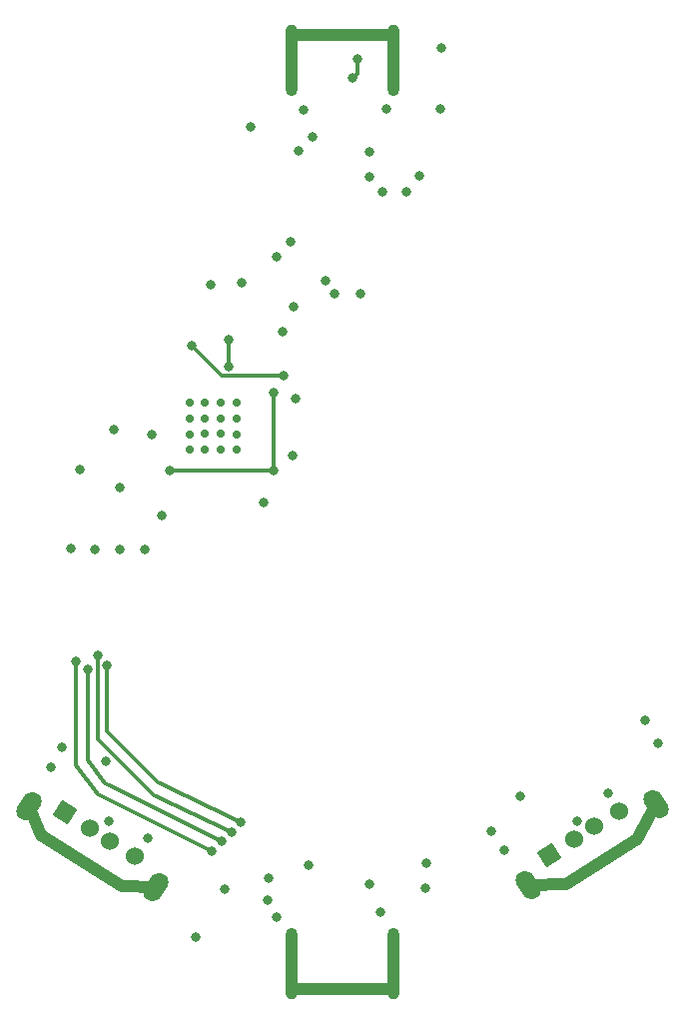
<source format=gbr>
%TF.GenerationSoftware,KiCad,Pcbnew,(6.0.8)*%
%TF.CreationDate,2022-12-20T01:42:36-08:00*%
%TF.ProjectId,Anduril USB Hub,416e6475-7269-46c2-9055-534220487562,rev?*%
%TF.SameCoordinates,Original*%
%TF.FileFunction,Copper,L4,Bot*%
%TF.FilePolarity,Positive*%
%FSLAX46Y46*%
G04 Gerber Fmt 4.6, Leading zero omitted, Abs format (unit mm)*
G04 Created by KiCad (PCBNEW (6.0.8)) date 2022-12-20 01:42:36*
%MOMM*%
%LPD*%
G01*
G04 APERTURE LIST*
G04 Aperture macros list*
%AMHorizOval*
0 Thick line with rounded ends*
0 $1 width*
0 $2 $3 position (X,Y) of the first rounded end (center of the circle)*
0 $4 $5 position (X,Y) of the second rounded end (center of the circle)*
0 Add line between two ends*
20,1,$1,$2,$3,$4,$5,0*
0 Add two circle primitives to create the rounded ends*
1,1,$1,$2,$3*
1,1,$1,$4,$5*%
%AMRotRect*
0 Rectangle, with rotation*
0 The origin of the aperture is its center*
0 $1 length*
0 $2 width*
0 $3 Rotation angle, in degrees counterclockwise*
0 Add horizontal line*
21,1,$1,$2,0,0,$3*%
G04 Aperture macros list end*
%TA.AperFunction,ComponentPad*%
%ADD10RotRect,1.524000X1.524000X32.500000*%
%TD*%
%TA.AperFunction,ComponentPad*%
%ADD11C,1.524000*%
%TD*%
%TA.AperFunction,ComponentPad*%
%ADD12HorizOval,1.600000X-0.268650X0.421696X0.268650X-0.421696X0*%
%TD*%
%TA.AperFunction,ComponentPad*%
%ADD13O,1.000000X2.100000*%
%TD*%
%TA.AperFunction,ComponentPad*%
%ADD14O,1.000000X1.800000*%
%TD*%
%TA.AperFunction,ComponentPad*%
%ADD15RotRect,1.524000X1.524000X327.500000*%
%TD*%
%TA.AperFunction,ComponentPad*%
%ADD16HorizOval,1.600000X-0.268650X-0.421696X0.268650X0.421696X0*%
%TD*%
%TA.AperFunction,ViaPad*%
%ADD17C,0.800000*%
%TD*%
%TA.AperFunction,ViaPad*%
%ADD18C,0.700000*%
%TD*%
%TA.AperFunction,Conductor*%
%ADD19C,1.000000*%
%TD*%
%TA.AperFunction,Conductor*%
%ADD20C,0.300000*%
%TD*%
G04 APERTURE END LIST*
D10*
%TO.P,J4,1,VBUS*%
%TO.N,Net-(F4-Pad1)*%
X129968048Y-102118948D03*
D11*
%TO.P,J4,2,D-*%
%TO.N,Net-(J4-Pad2)*%
X132076527Y-100775699D03*
%TO.P,J4,3,D+*%
%TO.N,Net-(J4-Pad3)*%
X133763310Y-99701100D03*
%TO.P,J4,4,GND*%
%TO.N,GND*%
X135871788Y-98357851D03*
D12*
%TO.P,J4,5,Shield*%
%TO.N,Net-(C22-Pad1)*%
X138962383Y-97811752D03*
X128166972Y-104689187D03*
%TD*%
D13*
%TO.P,J3,S1,SHIELD*%
%TO.N,Net-(C8-Pad1)*%
X116708342Y-109276379D03*
X108068342Y-109276379D03*
D14*
X108068342Y-113456379D03*
X116708342Y-113456379D03*
%TD*%
D15*
%TO.P,J2,1,VBUS*%
%TO.N,Net-(F2-Pad1)*%
X88904897Y-98473916D03*
D11*
%TO.P,J2,2,D-*%
%TO.N,Net-(J2-Pad2)*%
X91013376Y-99817165D03*
%TO.P,J2,3,D+*%
%TO.N,Net-(J2-Pad3)*%
X92700159Y-100891764D03*
%TO.P,J2,4,GND*%
%TO.N,GND*%
X94808637Y-102235013D03*
D16*
%TO.P,J2,5,Shield*%
%TO.N,Net-(C3-Pad1)*%
X85814302Y-97927817D03*
X96609713Y-104805252D03*
%TD*%
D14*
%TO.P,J1,S1,SHIELD*%
%TO.N,Net-(C1-Pad1)*%
X116708342Y-32606379D03*
D13*
X116708342Y-36786379D03*
X108068342Y-36786379D03*
D14*
X108068342Y-32606379D03*
%TD*%
D17*
%TO.N,GND*%
X102450000Y-105000000D03*
X99950000Y-109050000D03*
X95900000Y-100650000D03*
X139200000Y-92650000D03*
X138050000Y-90650000D03*
X119450000Y-104950000D03*
X119500000Y-102750000D03*
X109850000Y-41250000D03*
X120750000Y-33700000D03*
X120700000Y-38900000D03*
%TO.N,+5V*%
X114700000Y-42500000D03*
X114700000Y-44600000D03*
X115800000Y-45900000D03*
X106838342Y-51406379D03*
X109550000Y-102950000D03*
X107988342Y-50106379D03*
X92375000Y-94125000D03*
X106100000Y-104050000D03*
X97088342Y-73306379D03*
X125000000Y-100100000D03*
X127500000Y-97150000D03*
X88600000Y-93000000D03*
%TO.N,P2 D-*%
X89775000Y-85725000D03*
X101325000Y-101750000D03*
%TO.N,P2 D+*%
X90775000Y-86350000D03*
X102175000Y-100900000D03*
%TO.N,P3 D-*%
X91625000Y-85175000D03*
X103025000Y-100125000D03*
%TO.N,P3 D+*%
X92450000Y-86000000D03*
X103800000Y-99300000D03*
%TO.N,VDD12*%
X107438342Y-61506379D03*
X99584578Y-58902614D03*
%TO.N,VDD33*%
X106588342Y-69506379D03*
X102788342Y-60731879D03*
X102776195Y-58419732D03*
X97738342Y-69506379D03*
X106588342Y-62906379D03*
D18*
%TO.N,GND*%
X100750000Y-66425000D03*
D17*
X108288342Y-55606379D03*
D18*
X102075000Y-67750000D03*
D17*
X106825000Y-107350000D03*
X93038342Y-66006379D03*
X103838342Y-53606379D03*
X115625000Y-106975000D03*
X87675000Y-94675000D03*
X104600000Y-40400000D03*
X113888342Y-54556379D03*
X93513342Y-76206379D03*
X107288342Y-57756379D03*
D18*
X102075000Y-65100000D03*
D17*
X106050000Y-105950000D03*
D18*
X103400000Y-66450000D03*
D17*
X110938342Y-53456379D03*
X105688342Y-72206379D03*
D18*
X102075000Y-63775000D03*
D17*
X91438342Y-76206379D03*
X134900000Y-96900000D03*
X101238342Y-53806379D03*
D18*
X100750000Y-65100000D03*
X102075000Y-66425000D03*
D17*
X116100000Y-38900000D03*
D18*
X100725000Y-67750000D03*
X99425000Y-63775000D03*
D17*
X93488342Y-70956879D03*
X92550000Y-99250000D03*
D18*
X99425000Y-66450000D03*
D17*
X117800000Y-45900000D03*
X108438342Y-63406379D03*
X89388342Y-76156379D03*
X108700000Y-42400000D03*
D18*
X103400000Y-63775000D03*
D17*
X108138342Y-68256379D03*
X132300000Y-99200000D03*
X95638342Y-76206379D03*
X118900000Y-44575000D03*
X96204428Y-66432419D03*
D18*
X103400000Y-65100000D03*
X99425000Y-67750000D03*
X103400000Y-67750000D03*
D17*
X90138342Y-69456379D03*
X109060342Y-38956379D03*
X111738342Y-54556379D03*
X114700000Y-104550000D03*
D18*
X100750000Y-63775000D03*
D17*
X126100000Y-101700000D03*
D18*
X99425000Y-65125000D03*
D17*
%TO.N,Net-(J1-PadA5)*%
X113632342Y-34640879D03*
X113269958Y-36278879D03*
%TD*%
D19*
%TO.N,Net-(C3-Pad1)*%
X93650000Y-104750000D02*
X96609713Y-104805252D01*
X86850000Y-100450000D02*
X93650000Y-104750000D01*
X85814302Y-97927817D02*
X86850000Y-100450000D01*
%TO.N,Net-(C8-Pad1)*%
X116708342Y-113456379D02*
X116708342Y-109276379D01*
X108068342Y-113456379D02*
X116708342Y-113456379D01*
X108068342Y-113456379D02*
X108068342Y-109276379D01*
%TO.N,Net-(C22-Pad1)*%
X137400000Y-100750000D02*
X138962383Y-97811752D01*
X131400000Y-104550000D02*
X137400000Y-100750000D01*
X128166972Y-104689187D02*
X131400000Y-104550000D01*
%TO.N,Net-(C1-Pad1)*%
X116708342Y-32606379D02*
X116708342Y-36786379D01*
X108068342Y-32606379D02*
X116708342Y-32606379D01*
X108068342Y-36786379D02*
X108068342Y-32606379D01*
D20*
%TO.N,P2 D-*%
X91634137Y-96915863D02*
X101325000Y-101750000D01*
X91634137Y-96915863D02*
X89775000Y-94525000D01*
X89775000Y-85725000D02*
X89775000Y-94525000D01*
%TO.N,P2 D+*%
X92261349Y-96013651D02*
X102175000Y-100900000D01*
X92261349Y-96013651D02*
X90775000Y-94075000D01*
X90775000Y-86350000D02*
X90775000Y-94075000D01*
%TO.N,P3 D-*%
X103025000Y-100125000D02*
X96387500Y-97037500D01*
X91650000Y-85200000D02*
X91650000Y-92300000D01*
X91625000Y-85175000D02*
X91650000Y-85200000D01*
X91650000Y-92300000D02*
X96387500Y-97037500D01*
%TO.N,P3 D+*%
X92450000Y-86000000D02*
X92400000Y-86050000D01*
X92400000Y-86050000D02*
X92400000Y-91600000D01*
X103800000Y-99300000D02*
X96725000Y-95925000D01*
X92400000Y-91600000D02*
X96725000Y-95925000D01*
%TO.N,VDD12*%
X99584578Y-58902614D02*
X102163342Y-61481379D01*
X107413342Y-61481379D02*
X107438342Y-61506379D01*
X102163342Y-61481379D02*
X107413342Y-61481379D01*
%TO.N,VDD33*%
X106588342Y-62906379D02*
X106588342Y-69506379D01*
X106588342Y-69506379D02*
X97738342Y-69506379D01*
X102788342Y-58431879D02*
X102788342Y-60731879D01*
X102776195Y-58419732D02*
X102788342Y-58431879D01*
%TO.N,Net-(J1-PadA5)*%
X113269958Y-36278879D02*
X113632342Y-35916495D01*
X113632342Y-35916495D02*
X113632342Y-34640879D01*
%TD*%
M02*

</source>
